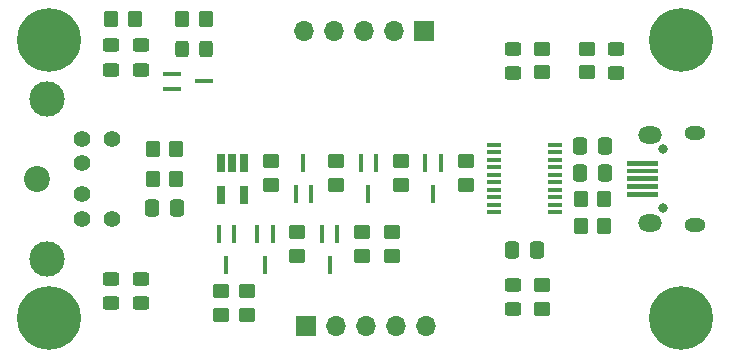
<source format=gbr>
%TF.GenerationSoftware,KiCad,Pcbnew,(6.0.7)*%
%TF.CreationDate,2023-04-03T16:37:46-04:00*%
%TF.ProjectId,minirib-usb,6d696e69-7269-4622-9d75-73622e6b6963,D*%
%TF.SameCoordinates,Original*%
%TF.FileFunction,Soldermask,Top*%
%TF.FilePolarity,Negative*%
%FSLAX46Y46*%
G04 Gerber Fmt 4.6, Leading zero omitted, Abs format (unit mm)*
G04 Created by KiCad (PCBNEW (6.0.7)) date 2023-04-03 16:37:46*
%MOMM*%
%LPD*%
G01*
G04 APERTURE LIST*
G04 Aperture macros list*
%AMRoundRect*
0 Rectangle with rounded corners*
0 $1 Rounding radius*
0 $2 $3 $4 $5 $6 $7 $8 $9 X,Y pos of 4 corners*
0 Add a 4 corners polygon primitive as box body*
4,1,4,$2,$3,$4,$5,$6,$7,$8,$9,$2,$3,0*
0 Add four circle primitives for the rounded corners*
1,1,$1+$1,$2,$3*
1,1,$1+$1,$4,$5*
1,1,$1+$1,$6,$7*
1,1,$1+$1,$8,$9*
0 Add four rect primitives between the rounded corners*
20,1,$1+$1,$2,$3,$4,$5,0*
20,1,$1+$1,$4,$5,$6,$7,0*
20,1,$1+$1,$6,$7,$8,$9,0*
20,1,$1+$1,$8,$9,$2,$3,0*%
G04 Aperture macros list end*
%ADD10RoundRect,0.250000X0.450000X-0.350000X0.450000X0.350000X-0.450000X0.350000X-0.450000X-0.350000X0*%
%ADD11C,5.400000*%
%ADD12C,3.100000*%
%ADD13RoundRect,0.250000X-0.450000X0.325000X-0.450000X-0.325000X0.450000X-0.325000X0.450000X0.325000X0*%
%ADD14O,0.800000X0.800000*%
%ADD15R,1.300000X0.450000*%
%ADD16O,1.800000X1.150000*%
%ADD17O,2.000000X1.450000*%
%ADD18RoundRect,0.250000X-0.450000X0.350000X-0.450000X-0.350000X0.450000X-0.350000X0.450000X0.350000X0*%
%ADD19R,1.700000X1.700000*%
%ADD20O,1.700000X1.700000*%
%ADD21RoundRect,0.250000X-0.350000X-0.450000X0.350000X-0.450000X0.350000X0.450000X-0.350000X0.450000X0*%
%ADD22RoundRect,0.250000X0.450000X-0.325000X0.450000X0.325000X-0.450000X0.325000X-0.450000X-0.325000X0*%
%ADD23R,0.650000X1.560000*%
%ADD24R,0.450000X1.500000*%
%ADD25RoundRect,0.250000X0.337500X0.475000X-0.337500X0.475000X-0.337500X-0.475000X0.337500X-0.475000X0*%
%ADD26RoundRect,0.250000X0.350000X0.450000X-0.350000X0.450000X-0.350000X-0.450000X0.350000X-0.450000X0*%
%ADD27RoundRect,0.250000X0.325000X0.450000X-0.325000X0.450000X-0.325000X-0.450000X0.325000X-0.450000X0*%
%ADD28RoundRect,0.250000X-0.337500X-0.475000X0.337500X-0.475000X0.337500X0.475000X-0.337500X0.475000X0*%
%ADD29R,1.200000X0.400000*%
%ADD30R,1.500000X0.450000*%
%ADD31C,2.200000*%
%ADD32C,1.400000*%
%ADD33C,3.000000*%
G04 APERTURE END LIST*
G36*
X154750000Y-106100000D02*
G01*
X152200000Y-106100000D01*
X152200000Y-106500000D01*
X154750000Y-106500000D01*
X154750000Y-106100000D01*
G37*
G36*
X154750000Y-105450000D02*
G01*
X152200000Y-105450000D01*
X152200000Y-105850000D01*
X154750000Y-105850000D01*
X154750000Y-105450000D01*
G37*
G36*
X154750000Y-104800000D02*
G01*
X152200000Y-104800000D01*
X152200000Y-105200000D01*
X154750000Y-105200000D01*
X154750000Y-104800000D01*
G37*
G36*
X154750000Y-103500000D02*
G01*
X152200000Y-103500000D01*
X152200000Y-103900000D01*
X154750000Y-103900000D01*
X154750000Y-103500000D01*
G37*
G36*
X154750000Y-104150000D02*
G01*
X152200000Y-104150000D01*
X152200000Y-104550000D01*
X154750000Y-104550000D01*
X154750000Y-104150000D01*
G37*
D10*
%TO.C,R10*%
X133000000Y-105500000D03*
X133000000Y-103500000D03*
%TD*%
D11*
%TO.C,H4*%
X103250000Y-116750000D03*
D12*
X103250000Y-116750000D03*
%TD*%
%TO.C,H1*%
X156750000Y-93250000D03*
D11*
X156750000Y-93250000D03*
%TD*%
D12*
%TO.C,H2*%
X156750000Y-116750000D03*
D11*
X156750000Y-116750000D03*
%TD*%
D13*
%TO.C,D3*%
X108500000Y-113475000D03*
X108500000Y-115525000D03*
%TD*%
D14*
%TO.C,J1*%
X155200000Y-107500000D03*
X155200000Y-102500000D03*
D15*
X154100000Y-106300000D03*
X154100000Y-105650000D03*
X154100000Y-105000000D03*
X154100000Y-104350000D03*
X154100000Y-103700000D03*
D16*
X157950000Y-101125000D03*
D17*
X154150000Y-101275000D03*
D16*
X157950000Y-108875000D03*
D17*
X154150000Y-108725000D03*
%TD*%
D18*
%TO.C,R3*%
X129750000Y-109500000D03*
X129750000Y-111500000D03*
%TD*%
D19*
%TO.C,J4*%
X125000000Y-117500000D03*
D20*
X127540000Y-117500000D03*
X130080000Y-117500000D03*
X132620000Y-117500000D03*
X135160000Y-117500000D03*
%TD*%
D21*
%TO.C,R1*%
X148255000Y-106750000D03*
X150255000Y-106750000D03*
%TD*%
%TO.C,R14*%
X114500000Y-91500000D03*
X116500000Y-91500000D03*
%TD*%
D22*
%TO.C,D7*%
X142500000Y-96025000D03*
X142500000Y-93975000D03*
%TD*%
D23*
%TO.C,U2*%
X119700000Y-103650000D03*
X118750000Y-103650000D03*
X117800000Y-103650000D03*
X117800000Y-106350000D03*
X119700000Y-106350000D03*
%TD*%
D21*
%TO.C,R13*%
X108500000Y-91500000D03*
X110500000Y-91500000D03*
%TD*%
D24*
%TO.C,Q2*%
X122150000Y-109670000D03*
X120850000Y-109670000D03*
X121500000Y-112330000D03*
%TD*%
D13*
%TO.C,D4*%
X111000000Y-113475000D03*
X111000000Y-115525000D03*
%TD*%
D25*
%TO.C,C2*%
X144537500Y-111000000D03*
X142462500Y-111000000D03*
%TD*%
D10*
%TO.C,R15*%
X122000000Y-105500000D03*
X122000000Y-103500000D03*
%TD*%
D21*
%TO.C,R7*%
X112000000Y-105000000D03*
X114000000Y-105000000D03*
%TD*%
D26*
%TO.C,R6*%
X114000000Y-102500000D03*
X112000000Y-102500000D03*
%TD*%
D10*
%TO.C,R5*%
X117750000Y-116500000D03*
X117750000Y-114500000D03*
%TD*%
D27*
%TO.C,D6*%
X116525000Y-94000000D03*
X114475000Y-94000000D03*
%TD*%
D18*
%TO.C,R12*%
X148750000Y-94000000D03*
X148750000Y-96000000D03*
%TD*%
D12*
%TO.C,H3*%
X103250000Y-93250000D03*
D11*
X103250000Y-93250000D03*
%TD*%
D18*
%TO.C,R16*%
X127500000Y-103500000D03*
X127500000Y-105500000D03*
%TD*%
D28*
%TO.C,C3*%
X111962500Y-107500000D03*
X114037500Y-107500000D03*
%TD*%
D26*
%TO.C,R2*%
X150250000Y-109000000D03*
X148250000Y-109000000D03*
%TD*%
D10*
%TO.C,R11*%
X132250000Y-111500000D03*
X132250000Y-109500000D03*
%TD*%
%TO.C,R18*%
X145000000Y-116000000D03*
X145000000Y-114000000D03*
%TD*%
D24*
%TO.C,Q3*%
X118900000Y-109670000D03*
X117600000Y-109670000D03*
X118250000Y-112330000D03*
%TD*%
D25*
%TO.C,C1*%
X150292500Y-104500000D03*
X148217500Y-104500000D03*
%TD*%
D19*
%TO.C,J3*%
X135000000Y-92500000D03*
D20*
X132460000Y-92500000D03*
X129920000Y-92500000D03*
X127380000Y-92500000D03*
X124840000Y-92500000D03*
%TD*%
D24*
%TO.C,Q1*%
X127650000Y-109670000D03*
X126350000Y-109670000D03*
X127000000Y-112330000D03*
%TD*%
D18*
%TO.C,R17*%
X145000000Y-94000000D03*
X145000000Y-96000000D03*
%TD*%
D29*
%TO.C,U1*%
X140900000Y-102137500D03*
X140900000Y-102772500D03*
X140900000Y-103407500D03*
X140900000Y-104042500D03*
X140900000Y-104677500D03*
X140900000Y-105312500D03*
X140900000Y-105947500D03*
X140900000Y-106582500D03*
X140900000Y-107217500D03*
X140900000Y-107852500D03*
X146100000Y-107852500D03*
X146100000Y-107217500D03*
X146100000Y-106582500D03*
X146100000Y-105947500D03*
X146100000Y-105312500D03*
X146100000Y-104677500D03*
X146100000Y-104042500D03*
X146100000Y-103407500D03*
X146100000Y-102772500D03*
X146100000Y-102137500D03*
%TD*%
D22*
%TO.C,D2*%
X108500000Y-95750000D03*
X108500000Y-93700000D03*
%TD*%
D30*
%TO.C,Q6*%
X113670000Y-96100000D03*
X113670000Y-97400000D03*
X116330000Y-96750000D03*
%TD*%
D24*
%TO.C,Q4*%
X136400000Y-103670000D03*
X135100000Y-103670000D03*
X135750000Y-106330000D03*
%TD*%
%TO.C,Q5*%
X130900000Y-103670000D03*
X129600000Y-103670000D03*
X130250000Y-106330000D03*
%TD*%
D22*
%TO.C,D1*%
X111000000Y-95750000D03*
X111000000Y-93700000D03*
%TD*%
D25*
%TO.C,C4*%
X150292500Y-102250000D03*
X148217500Y-102250000D03*
%TD*%
D22*
%TO.C,D5*%
X151250000Y-96025000D03*
X151250000Y-93975000D03*
%TD*%
D24*
%TO.C,Q7*%
X124100000Y-106330000D03*
X125400000Y-106330000D03*
X124750000Y-103670000D03*
%TD*%
D18*
%TO.C,R9*%
X138500000Y-103500000D03*
X138500000Y-105500000D03*
%TD*%
D10*
%TO.C,R4*%
X120000000Y-116500000D03*
X120000000Y-114500000D03*
%TD*%
D13*
%TO.C,D8*%
X142500000Y-113975000D03*
X142500000Y-116025000D03*
%TD*%
D31*
%TO.C,J2*%
X102250000Y-105000000D03*
D32*
X106050000Y-106300000D03*
X106050000Y-103700000D03*
X106050000Y-108400000D03*
X106050000Y-101600000D03*
X108550000Y-108400000D03*
X108550000Y-101600000D03*
D33*
X103050000Y-111750000D03*
X103050000Y-98250000D03*
%TD*%
D18*
%TO.C,R8*%
X124250000Y-109500000D03*
X124250000Y-111500000D03*
%TD*%
M02*

</source>
